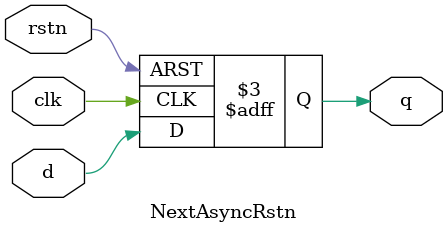
<source format=v>
module NextAsyncRstn(clk, rstn, d, q);

parameter W=1;

input clk;
input rstn;
input [W-1:0] d;
output [W-1:0] q;

reg [W-1:0] q;

always @(posedge clk or negedge rstn) begin
    if (~rstn) begin
        q <= {W{1'b0}};
    end
    else begin
        q <= d;
    end
end

endmodule

</source>
